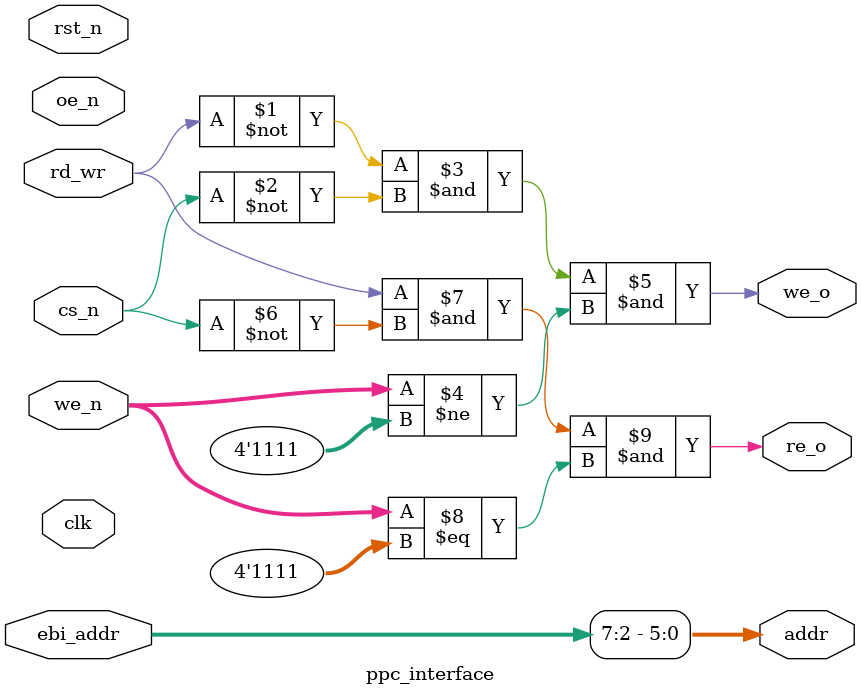
<source format=v>
`timescale 1ns / 1ps
module ppc_interface(
	  clk,
	  rst_n,
     cs_n,
     oe_n,
     we_n,
     rd_wr,
	  ebi_addr,  // connect to A31~A27
	  addr,     // ingnore  A31,A30
     re_o,
     we_o
    );
	 
//////IO///////////////////
    input clk;
	 input rst_n;
    input cs_n;
    input oe_n;
    input [3:0] we_n;
    input rd_wr;
	 input [7:0] ebi_addr; // connect to A31~A27
	 output [5:0] addr;     // ingnore  A31,A30
    output re_o;
    output we_o;
/////////////////////////////	  

wire  [5:0] addr;	

 
wire re_o;
wire we_o;
	 

assign we_o =  ~rd_wr & ~cs_n&(we_n!=4'b1111); //&&(~we_n); //& wre ; //WE for registers	
assign re_o = rd_wr & ~cs_n&(we_n==4'b1111)  ; //RE for registers

assign addr[5:0]=ebi_addr[7:2];
	  

endmodule

</source>
